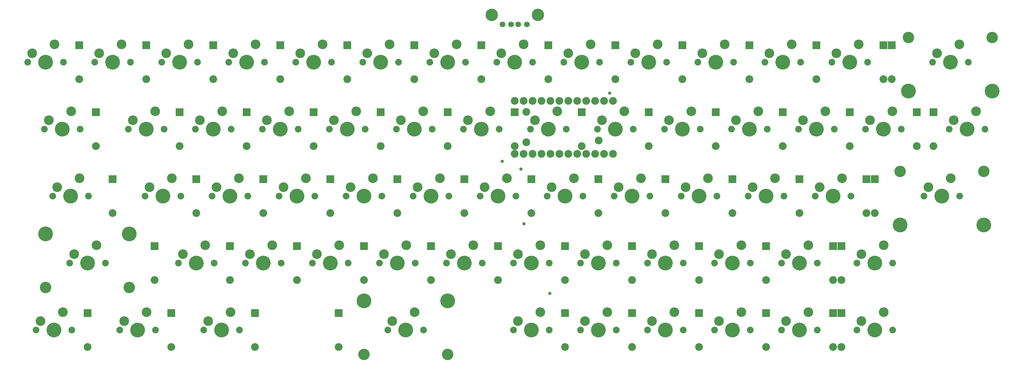
<source format=gbr>
G04 EAGLE Gerber RS-274X export*
G75*
%MOMM*%
%FSLAX34Y34*%
%LPD*%
%INSoldermask Top*%
%IPPOS*%
%AMOC8*
5,1,8,0,0,1.08239X$1,22.5*%
G01*
%ADD10C,2.203200*%
%ADD11C,4.203200*%
%ADD12C,1.903200*%
%ADD13C,2.743200*%
%ADD14C,3.253200*%
%ADD15R,2.203200X2.203200*%
%ADD16C,3.519200*%
%ADD17C,1.631200*%
%ADD18C,0.959600*%


D10*
X1524116Y691132D03*
X1549516Y691132D03*
X1574916Y691132D03*
X1600316Y691132D03*
X1625716Y691132D03*
X1651116Y691132D03*
X1676516Y691132D03*
X1701916Y691132D03*
X1727316Y691132D03*
X1752716Y691132D03*
X1778116Y691132D03*
X1803516Y691132D03*
X1524116Y842332D03*
X1549516Y842332D03*
X1574916Y842332D03*
X1600316Y842332D03*
X1625716Y842332D03*
X1651116Y842332D03*
X1676516Y842332D03*
X1701916Y842332D03*
X1727316Y842332D03*
X1752716Y842332D03*
X1778116Y842332D03*
X1803516Y842332D03*
X1762516Y729132D03*
X1557116Y724152D03*
X1557116Y810512D03*
D11*
X190500Y952500D03*
D12*
X139700Y952500D03*
X241300Y952500D03*
D13*
X152400Y977900D03*
X215900Y1003300D03*
D11*
X381000Y952500D03*
D12*
X330200Y952500D03*
X431800Y952500D03*
D13*
X342900Y977900D03*
X406400Y1003300D03*
D11*
X571500Y952500D03*
D12*
X520700Y952500D03*
X622300Y952500D03*
D13*
X533400Y977900D03*
X596900Y1003300D03*
D11*
X762000Y952500D03*
D12*
X711200Y952500D03*
X812800Y952500D03*
D13*
X723900Y977900D03*
X787400Y1003300D03*
D11*
X952500Y952500D03*
D12*
X901700Y952500D03*
X1003300Y952500D03*
D13*
X914400Y977900D03*
X977900Y1003300D03*
D11*
X1143000Y952500D03*
D12*
X1092200Y952500D03*
X1193800Y952500D03*
D13*
X1104900Y977900D03*
X1168400Y1003300D03*
D11*
X1333500Y952500D03*
D12*
X1282700Y952500D03*
X1384300Y952500D03*
D13*
X1295400Y977900D03*
X1358900Y1003300D03*
D11*
X1524000Y952500D03*
D12*
X1473200Y952500D03*
X1574800Y952500D03*
D13*
X1485900Y977900D03*
X1549400Y1003300D03*
D11*
X1714500Y952500D03*
D12*
X1663700Y952500D03*
X1765300Y952500D03*
D13*
X1676400Y977900D03*
X1739900Y1003300D03*
D11*
X1905000Y952500D03*
D12*
X1854200Y952500D03*
X1955800Y952500D03*
D13*
X1866900Y977900D03*
X1930400Y1003300D03*
D11*
X2095500Y952500D03*
D12*
X2044700Y952500D03*
X2146300Y952500D03*
D13*
X2057400Y977900D03*
X2120900Y1003300D03*
D11*
X2286000Y952500D03*
D12*
X2235200Y952500D03*
X2336800Y952500D03*
D13*
X2247900Y977900D03*
X2311400Y1003300D03*
D11*
X238125Y762000D03*
D12*
X187325Y762000D03*
X288925Y762000D03*
D13*
X200025Y787400D03*
X263525Y812800D03*
D11*
X476250Y762000D03*
D12*
X425450Y762000D03*
X527050Y762000D03*
D13*
X438150Y787400D03*
X501650Y812800D03*
D11*
X666750Y762000D03*
D12*
X615950Y762000D03*
X717550Y762000D03*
D13*
X628650Y787400D03*
X692150Y812800D03*
D11*
X857250Y762000D03*
D12*
X806450Y762000D03*
X908050Y762000D03*
D13*
X819150Y787400D03*
X882650Y812800D03*
D11*
X1047750Y762000D03*
D12*
X996950Y762000D03*
X1098550Y762000D03*
D13*
X1009650Y787400D03*
X1073150Y812800D03*
D11*
X1238250Y762000D03*
D12*
X1187450Y762000D03*
X1289050Y762000D03*
D13*
X1200150Y787400D03*
X1263650Y812800D03*
D11*
X1428750Y762000D03*
D12*
X1377950Y762000D03*
X1479550Y762000D03*
D13*
X1390650Y787400D03*
X1454150Y812800D03*
D11*
X1619250Y762000D03*
D12*
X1568450Y762000D03*
X1670050Y762000D03*
D13*
X1581150Y787400D03*
X1644650Y812800D03*
D11*
X1809750Y762000D03*
D12*
X1758950Y762000D03*
X1860550Y762000D03*
D13*
X1771650Y787400D03*
X1835150Y812800D03*
D11*
X2000250Y762000D03*
D12*
X1949450Y762000D03*
X2051050Y762000D03*
D13*
X1962150Y787400D03*
X2025650Y812800D03*
D11*
X2190750Y762000D03*
D12*
X2139950Y762000D03*
X2241550Y762000D03*
D13*
X2152650Y787400D03*
X2216150Y812800D03*
D11*
X2381250Y762000D03*
D12*
X2330450Y762000D03*
X2432050Y762000D03*
D13*
X2343150Y787400D03*
X2406650Y812800D03*
D11*
X2571750Y762000D03*
D12*
X2520950Y762000D03*
X2622550Y762000D03*
D13*
X2533650Y787400D03*
X2597150Y812800D03*
D11*
X261938Y571500D03*
D12*
X211138Y571500D03*
X312738Y571500D03*
D13*
X223838Y596900D03*
X287338Y622300D03*
D11*
X523875Y571500D03*
D12*
X473075Y571500D03*
X574675Y571500D03*
D13*
X485775Y596900D03*
X549275Y622300D03*
D11*
X714375Y571500D03*
D12*
X663575Y571500D03*
X765175Y571500D03*
D13*
X676275Y596900D03*
X739775Y622300D03*
D11*
X904875Y571500D03*
D12*
X854075Y571500D03*
X955675Y571500D03*
D13*
X866775Y596900D03*
X930275Y622300D03*
D11*
X1095375Y571500D03*
D12*
X1044575Y571500D03*
X1146175Y571500D03*
D13*
X1057275Y596900D03*
X1120775Y622300D03*
D11*
X1285875Y571500D03*
D12*
X1235075Y571500D03*
X1336675Y571500D03*
D13*
X1247775Y596900D03*
X1311275Y622300D03*
D11*
X1476375Y571500D03*
D12*
X1425575Y571500D03*
X1527175Y571500D03*
D13*
X1438275Y596900D03*
X1501775Y622300D03*
D11*
X1666875Y571500D03*
D12*
X1616075Y571500D03*
X1717675Y571500D03*
D13*
X1628775Y596900D03*
X1692275Y622300D03*
D11*
X1857375Y571500D03*
D12*
X1806575Y571500D03*
X1908175Y571500D03*
D13*
X1819275Y596900D03*
X1882775Y622300D03*
D11*
X2047875Y571500D03*
D12*
X1997075Y571500D03*
X2098675Y571500D03*
D13*
X2009775Y596900D03*
X2073275Y622300D03*
D11*
X2238375Y571500D03*
D12*
X2187575Y571500D03*
X2289175Y571500D03*
D13*
X2200275Y596900D03*
X2263775Y622300D03*
D11*
X2428875Y571500D03*
D12*
X2378075Y571500D03*
X2479675Y571500D03*
D13*
X2390775Y596900D03*
X2454275Y622300D03*
D11*
X619125Y381000D03*
D12*
X568325Y381000D03*
X669925Y381000D03*
D13*
X581025Y406400D03*
X644525Y431800D03*
D11*
X809625Y381000D03*
D12*
X758825Y381000D03*
X860425Y381000D03*
D13*
X771525Y406400D03*
X835025Y431800D03*
D11*
X1000125Y381000D03*
D12*
X949325Y381000D03*
X1050925Y381000D03*
D13*
X962025Y406400D03*
X1025525Y431800D03*
D11*
X1190625Y381000D03*
D12*
X1139825Y381000D03*
X1241425Y381000D03*
D13*
X1152525Y406400D03*
X1216025Y431800D03*
D11*
X1381125Y381000D03*
D12*
X1330325Y381000D03*
X1431925Y381000D03*
D13*
X1343025Y406400D03*
X1406525Y431800D03*
D11*
X1571625Y381000D03*
D12*
X1520825Y381000D03*
X1622425Y381000D03*
D13*
X1533525Y406400D03*
X1597025Y431800D03*
D11*
X1762125Y381000D03*
D12*
X1711325Y381000D03*
X1812925Y381000D03*
D13*
X1724025Y406400D03*
X1787525Y431800D03*
D11*
X1952625Y381000D03*
D12*
X1901825Y381000D03*
X2003425Y381000D03*
D13*
X1914525Y406400D03*
X1978025Y431800D03*
D11*
X2143125Y381000D03*
D12*
X2092325Y381000D03*
X2193925Y381000D03*
D13*
X2105025Y406400D03*
X2168525Y431800D03*
D11*
X2333625Y381000D03*
D12*
X2282825Y381000D03*
X2384425Y381000D03*
D13*
X2295525Y406400D03*
X2359025Y431800D03*
D11*
X2809875Y762000D03*
D12*
X2759075Y762000D03*
X2860675Y762000D03*
D13*
X2771775Y787400D03*
X2835275Y812800D03*
D11*
X214313Y190500D03*
D12*
X163513Y190500D03*
X265113Y190500D03*
D13*
X176213Y215900D03*
X239713Y241300D03*
D11*
X452438Y190500D03*
D12*
X401638Y190500D03*
X503238Y190500D03*
D13*
X414338Y215900D03*
X477838Y241300D03*
D11*
X690563Y190500D03*
D12*
X639763Y190500D03*
X741363Y190500D03*
D13*
X652463Y215900D03*
X715963Y241300D03*
D11*
X1762125Y190500D03*
D12*
X1711325Y190500D03*
X1812925Y190500D03*
D13*
X1724025Y215900D03*
X1787525Y241300D03*
D11*
X1952625Y190500D03*
D12*
X1901825Y190500D03*
X2003425Y190500D03*
D13*
X1914525Y215900D03*
X1978025Y241300D03*
D11*
X2143125Y190500D03*
D12*
X2092325Y190500D03*
X2193925Y190500D03*
D13*
X2105025Y215900D03*
X2168525Y241300D03*
D11*
X2333625Y190500D03*
D12*
X2282825Y190500D03*
X2384425Y190500D03*
D13*
X2295525Y215900D03*
X2359025Y241300D03*
D11*
X309563Y381000D03*
D12*
X258763Y381000D03*
X360363Y381000D03*
D14*
X190563Y311000D03*
X428563Y311000D03*
D11*
X190563Y463400D03*
X428563Y463400D03*
D13*
X271463Y406400D03*
X334963Y431800D03*
D11*
X1214438Y190500D03*
D12*
X1163638Y190500D03*
X1265238Y190500D03*
D14*
X1095438Y120500D03*
X1333438Y120500D03*
D11*
X1095438Y272900D03*
X1333438Y272900D03*
D13*
X1176338Y215900D03*
X1239838Y241300D03*
D11*
X1571625Y190500D03*
D12*
X1520825Y190500D03*
X1622425Y190500D03*
D13*
X1533525Y215900D03*
X1597025Y241300D03*
D15*
X285750Y1000700D03*
D10*
X285750Y904300D03*
D15*
X476250Y1000700D03*
D10*
X476250Y904300D03*
D15*
X666750Y1000700D03*
D10*
X666750Y904300D03*
D15*
X857250Y1000700D03*
D10*
X857250Y904300D03*
D15*
X1047750Y1000700D03*
D10*
X1047750Y904300D03*
D15*
X1238250Y1000700D03*
D10*
X1238250Y904300D03*
D15*
X1428750Y1000700D03*
D10*
X1428750Y904300D03*
D15*
X1619250Y1000700D03*
D10*
X1619250Y904300D03*
D15*
X1809750Y1000700D03*
D10*
X1809750Y904300D03*
D15*
X2000250Y1000700D03*
D10*
X2000250Y904300D03*
D15*
X2190750Y1000700D03*
D10*
X2190750Y904300D03*
D15*
X2381250Y1000700D03*
D10*
X2381250Y904300D03*
D15*
X2571750Y1000700D03*
D10*
X2571750Y904300D03*
D15*
X333375Y810200D03*
D10*
X333375Y713800D03*
D15*
X571500Y810200D03*
D10*
X571500Y713800D03*
D15*
X762000Y810200D03*
D10*
X762000Y713800D03*
D15*
X952500Y810200D03*
D10*
X952500Y713800D03*
D15*
X1143000Y810200D03*
D10*
X1143000Y713800D03*
D15*
X1333500Y810200D03*
D10*
X1333500Y713800D03*
D15*
X1524000Y810200D03*
D10*
X1524000Y713800D03*
D15*
X1714500Y810200D03*
D10*
X1714500Y713800D03*
D15*
X1905000Y810200D03*
D10*
X1905000Y713800D03*
D15*
X2095500Y810200D03*
D10*
X2095500Y713800D03*
D15*
X2286000Y810200D03*
D10*
X2286000Y713800D03*
D15*
X2476500Y810200D03*
D10*
X2476500Y713800D03*
D15*
X2667000Y810200D03*
D10*
X2667000Y713800D03*
D15*
X381000Y619700D03*
D10*
X381000Y523300D03*
D15*
X619125Y619700D03*
D10*
X619125Y523300D03*
D15*
X809625Y619700D03*
D10*
X809625Y523300D03*
D15*
X1000125Y619700D03*
D10*
X1000125Y523300D03*
D15*
X1190625Y619700D03*
D10*
X1190625Y523300D03*
D15*
X1381125Y619700D03*
D10*
X1381125Y523300D03*
D15*
X1571625Y619700D03*
D10*
X1571625Y523300D03*
D15*
X1762125Y619700D03*
D10*
X1762125Y523300D03*
D15*
X1952625Y619700D03*
D10*
X1952625Y523300D03*
D15*
X2143125Y619700D03*
D10*
X2143125Y523300D03*
D15*
X2333625Y619700D03*
D10*
X2333625Y523300D03*
D15*
X2524125Y619700D03*
D10*
X2524125Y523300D03*
D15*
X2547938Y619700D03*
D10*
X2547938Y523300D03*
D15*
X500063Y429200D03*
D10*
X500063Y332800D03*
D15*
X714375Y429200D03*
D10*
X714375Y332800D03*
D15*
X904875Y429200D03*
D10*
X904875Y332800D03*
D15*
X1095375Y429200D03*
D10*
X1095375Y332800D03*
D15*
X1285875Y429200D03*
D10*
X1285875Y332800D03*
D15*
X1476375Y429200D03*
D10*
X1476375Y332800D03*
D15*
X1666875Y429200D03*
D10*
X1666875Y332800D03*
D15*
X1857375Y429200D03*
D10*
X1857375Y332800D03*
D15*
X2047875Y429200D03*
D10*
X2047875Y332800D03*
D15*
X2238375Y429200D03*
D10*
X2238375Y332800D03*
D15*
X2428875Y429200D03*
D10*
X2428875Y332800D03*
D15*
X2714625Y810200D03*
D10*
X2714625Y713800D03*
D15*
X309563Y238700D03*
D10*
X309563Y142300D03*
D15*
X547688Y238700D03*
D10*
X547688Y142300D03*
D15*
X785813Y238700D03*
D10*
X785813Y142300D03*
D15*
X1023938Y238700D03*
D10*
X1023938Y142300D03*
D15*
X1666875Y238700D03*
D10*
X1666875Y142300D03*
D15*
X1857375Y238700D03*
D10*
X1857375Y142300D03*
D15*
X2047875Y238700D03*
D10*
X2047875Y142300D03*
D15*
X2238375Y238700D03*
D10*
X2238375Y142300D03*
D15*
X2428875Y238700D03*
D10*
X2428875Y142300D03*
D11*
X2762250Y952500D03*
D12*
X2711450Y952500D03*
X2813050Y952500D03*
D14*
X2643250Y1022500D03*
X2881250Y1022500D03*
D11*
X2643250Y870100D03*
X2881250Y870100D03*
D13*
X2724150Y977900D03*
X2787650Y1003300D03*
D15*
X2595563Y1000700D03*
D10*
X2595563Y904300D03*
D11*
X2476500Y952500D03*
D12*
X2425700Y952500D03*
X2527300Y952500D03*
D13*
X2438400Y977900D03*
X2501900Y1003300D03*
D11*
X2738438Y571500D03*
D12*
X2687638Y571500D03*
X2789238Y571500D03*
D14*
X2619438Y641500D03*
X2857438Y641500D03*
D11*
X2619438Y489100D03*
X2857438Y489100D03*
D13*
X2700338Y596900D03*
X2763838Y622300D03*
D16*
X1589700Y1086388D03*
X1458300Y1086388D03*
D17*
X1514000Y1059288D03*
X1534000Y1059288D03*
X1489000Y1059288D03*
X1559000Y1059288D03*
D11*
X2547938Y381000D03*
D12*
X2497138Y381000D03*
X2598738Y381000D03*
D13*
X2509838Y406400D03*
X2573338Y431800D03*
D11*
X2547938Y190500D03*
D12*
X2497138Y190500D03*
X2598738Y190500D03*
D13*
X2509838Y215900D03*
X2573338Y241300D03*
D15*
X2452688Y429200D03*
D10*
X2452688Y332800D03*
D15*
X2452688Y238700D03*
D10*
X2452688Y142300D03*
D18*
X1794000Y864000D03*
X1550000Y492000D03*
X1488000Y670000D03*
X1542000Y648000D03*
X1624000Y294000D03*
M02*

</source>
